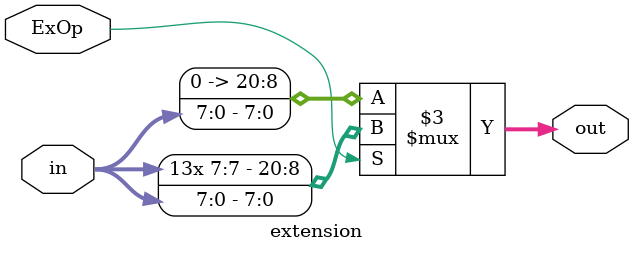
<source format=v>
`timescale 1ns / 1ps

module extension #(parameter INSIZE = 8, OUTSIZE = 21) (
    input [INSIZE-1:0] in,
    input ExOp,
    output reg [OUTSIZE-1:0] out
    );
	 
	always @*
	if (ExOp)
	out = {{(OUTSIZE-INSIZE){in[INSIZE-1]}},in}; // sigend extension, take the las bir MSB and duplicate it
	else
	out = {{(OUTSIZE-INSIZE){1'b0}},in}; // zero ectension
   endmodule

</source>
